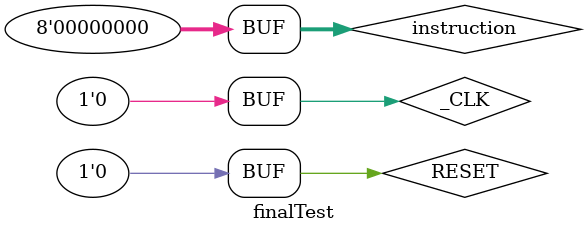
<source format=v>
`timescale 1ns / 1ps


module finalTest;

	// Inputs
	reg [7:0] instruction;
	reg _CLK;
	reg RESET;

	// Outputs
	wire [7:0] PC;
	wire [3:0] m;
	wire [3:0] l;

	// Instantiate the Unit Under Test (UUT)
	datapath uut (
		.instruction(instruction), 
		._CLK(_CLK), 
		.RESET(RESET), 
		.PC(PC), 
		.m(m), 
		.l(l)
	);

	initial begin
		// Initialize Inputs
		instruction = 0;
		_CLK = 0;
		RESET = 0;

		// Wait 100 ns for global reset to finish
		#100;
        
		// Add stimulus here

	end
      
endmodule


</source>
